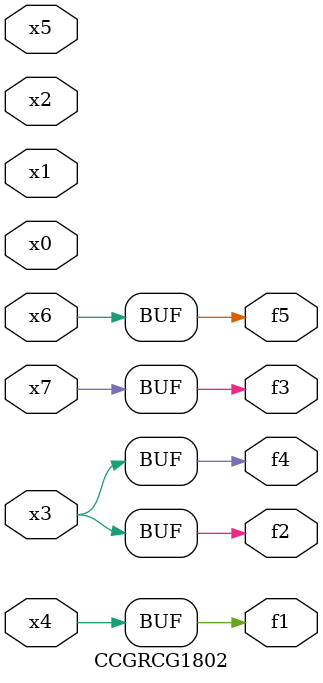
<source format=v>
module CCGRCG1802(
	input x0, x1, x2, x3, x4, x5, x6, x7,
	output f1, f2, f3, f4, f5
);
	assign f1 = x4;
	assign f2 = x3;
	assign f3 = x7;
	assign f4 = x3;
	assign f5 = x6;
endmodule

</source>
